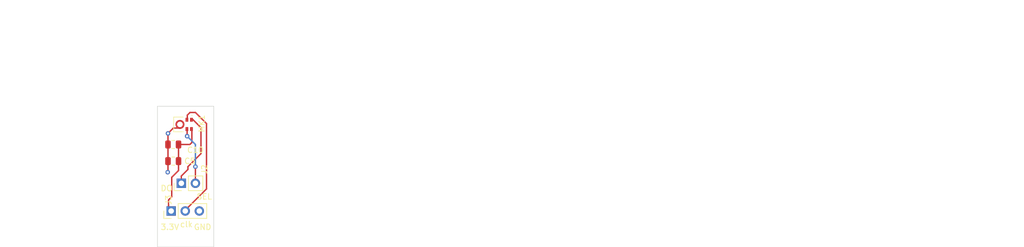
<source format=kicad_pcb>
(kicad_pcb (version 20240108) (generator "pcbnew") (generator_version "8.0")
  (layers (0 "F.Cu" signal) (1 "In1.Cu" power) (2 "In2.Cu" power) (31 "B.Cu" signal) (34 "B.Paste" user) (35 "F.Paste" user) (36 "B.SilkS" user "B.Silkscreen") (37 "F.SilkS" user "F.Silkscreen") (38 "B.Mask" user) (39 "F.Mask" user) (44 "Edge.Cuts" user))
  (net 0 "")
  (net 1 "3.3V Power")
  (net 2 "Net-(J2-Pin_2)")
  (net 3 "GND")
  (net 4 "Data")
  (net 5 "Net-(J3-Pin_2)")
  (footprint "491_Footprints:MIC_SPH0641LU4H-1" (layer "F.Cu") (at 111.20825 66.378 -90)
    (property "Reference" "MK1" (at -0.14204 -3.94175 90) (layer "F.SilkS") (effects (font (size 1.016 1.016) (thickness 0.154))))
    (property "Value" "SPH0641LU4H-1")
    (fp_line (start -1.325 1.126) (end -1.325 -0.6) (stroke (width 0.127)) (layer "F.SilkS"))
    (fp_line (start 1.325 1.126) (end -1.325 1.126) (stroke (width 0.127)) (layer "F.SilkS"))
    (fp_line (start 1.325 -0.6) (end 1.325 1.126) (stroke (width 0.127)) (layer "F.SilkS"))
    (fp_circle (center -1.651 -2.159) (end -1.601 -2.159) (stroke (width 0.1)) (fill none) (layer "F.SilkS"))
    (pad "" np_thru_hole circle (at 0 0 270) (size 0.5 0.5) (drill 1) (layers "F&B.Cu" "*.Mask"))
    (pad "1" smd rect (at -0.8375 -2.074 270) (size 0.7 0.5) (layers "F.Cu" "F.Paste" "F.Mask") (net 4 "Data"))
    (pad "2" smd rect (at -0.8375 -1.252 270) (size 0.7 0.5) (layers "F.Cu" "F.Paste" "F.Mask") (net 5 "Net-(J3-Pin_2)"))
    (pad "3" smd custom (at 0.65625 -0.0125 270) (size 0.1016 0.1016) (layers "F.Cu") (net 3 "GND") (options (clearance outline) (anchor rect)) (primitives (gr_poly (pts (xy -0.66125 -0.4975) (xy -0.66125 -0.7975) (xy -0.70525 -0.7965) (xy -0.74725 -0.7935) (xy -0.78925 -0.7875) (xy -0.83025 -0.7795) (xy -0.87125 -0.7705) (xy -0.91125 -0.7585) (xy -0.95125 -0.7445) (xy -0.99025 -0.7285) (xy -1.02825 -0.7105) (xy -1.06525 -0.6895) (xy -1.10125 -0.6685) (xy -1.13525 -0.6445) (xy -1.16925 -0.6185) (xy -1.20025 -0.5915) (xy -1.23125 -0.5625) (xy -1.26025 -0.5315) (xy -1.28725 -0.5005) (xy -1.31325 -0.4665) (xy -1.33725 -0.4325) (xy -1.35825 -0.3965) (xy -1.37925 -0.3595) (xy -1.39725 -0.3215) (xy -1.41325 -0.2825) (xy -1.42725 -0.2425) (xy -1.43925 -0.2025) (xy -1.44825 -0.1615) (xy -1.45625 -0.1205) (xy -1.46225 -0.0785) (xy -1.46525 -0.0365) (xy -1.46625 0.0025) (xy -1.46625 0.0725) (xy -1.46325 0.1045) (xy -1.45925 0.1425) (xy -1.45225 0.1805) (xy -1.44325 0.2185) (xy -1.43325 0.2555) (xy -1.42125 0.2925) (xy -1.40725 0.3285) (xy -1.39225 0.3635) (xy -1.37425 0.3985) (xy -1.35625 0.4315) (xy -1.33525 0.4645) (xy -1.31325 0.4965) (xy -1.28925 0.5265) (xy -1.26425 0.5565) (xy -1.23825 0.5845) (xy -1.21025 0.6115) (xy -1.18125 0.6375) (xy -1.15125 0.6615) (xy -1.12025 0.6835) (xy -1.08725 0.7045) (xy -1.05425 0.7245) (xy -1.02025 0.7425) (xy -0.98525 0.7585) (xy -0.94925 0.7725) (xy -0.91225 0.7855) (xy -0.87525 0.7965) (xy -0.83825 0.8055) (xy -0.80025 0.8125) (xy -0.76125 0.8185) (xy -0.71625 0.8225) (xy -0.65625 0.8225) (xy -0.61425 0.8215) (xy -0.57125 0.8185) (xy -0.52925 0.8125) (xy -0.48825 0.8045) (xy -0.44625 0.7945) (xy -0.40625 0.7825) (xy -0.36625 0.7685) (xy -0.32725 0.7525) (xy -0.28825 0.7345) (xy -0.25125 0.7135) (xy -0.21525 0.6915) (xy -0.18025 0.6675) (xy -0.14625 0.6415) (xy -0.11425 0.6145) (xy -0.08325 0.5855) (xy -0.05425 0.5545) (xy -0.02725 0.5225) (xy -0.00125 0.4885) (xy 0.02275 0.4535) (xy 0.04475 0.4175) (xy 0.06575 0.3805) (xy 0.08375 0.3415) (xy 0.09975 0.3025) (xy 0.11375 0.2625) (xy 0.12575 0.2225) (xy 0.13575 0.1805) (xy 0.14375 0.1395) (xy 0.14975 0.0975) (xy 0.15275 0.0545) (xy 0.15375 0.0125) (xy 0.15375 0.0025) (xy 0.15275 -0.0365) (xy 0.14975 -0.0785) (xy 0.14375 -0.1205) (xy 0.13575 -0.1615) (xy 0.12675 -0.2025) (xy 0.11475 -0.2425) (xy 0.10075 -0.2825) (xy 0.08475 -0.3215) (xy 0.06675 -0.3595) (xy 0.04575 -0.3965) (xy 0.02475 -0.4325) (xy 0.00075 -0.4665) (xy -0.02525 -0.5005) (xy -0.05225 -0.5315) (xy -0.08125 -0.5625) (xy -0.11225 -0.5915) (xy -0.14325 -0.6185) (xy -0.17725 -0.6445) (xy -0.21125 -0.6685) (xy -0.24725 -0.6895) (xy -0.28425 -0.7105) (xy -0.32225 -0.7285) (xy -0.36125 -0.7445) (xy -0.40125 -0.7585) (xy -0.44125 -0.7705) (xy -0.48225 -0.7795) (xy -0.52325 -0.7875) (xy -0.56525 -0.7935) (xy -0.60725 -0.7965) (xy -0.65125 -0.7975) (xy -0.65125 -0.4975) (xy -0.63625 -0.4975) (xy -0.60725 -0.4945) (xy -0.58125 -0.4915) (xy -0.55625 -0.4865) (xy -0.53125 -0.4805) (xy -0.50725 -0.4725) (xy -0.48325 -0.4645) (xy -0.45925 -0.4545) (xy -0.43625 -0.4435) (xy -0.41325 -0.4325) (xy -0.39125 -0.4195) (xy -0.37025 -0.4045) (xy -0.34925 -0.3895) (xy -0.33025 -0.3735) (xy -0.31125 -0.3565) (xy -0.29225 -0.3385) (xy -0.27525 -0.3195) (xy -0.25925 -0.3005) (xy -0.24325 -0.2795) (xy -0.22925 -0.2585) (xy -0.21625 -0.2365) (xy -0.20325 -0.2145) (xy -0.19225 -0.1915) (xy -0.18225 -0.1675) (xy -0.17325 -0.1435) (xy -0.16625 -0.1195) (xy -0.15925 -0.0945) (xy -0.15425 -0.0695) (xy -0.15025 -0.0445) (xy -0.14725 -0.0195) (xy -0.14625 0.0025) (xy -0.14625 0.0255) (xy -0.14825 0.0525) (xy -0.15125 0.0795) (xy -0.15525 0.1055) (xy -0.16125 0.1325) (xy -0.16825 0.1585) (xy -0.17725 0.1835) (xy -0.18725 0.2085) (xy -0.19825 0.2335) (xy -0.21125 0.2575) (xy -0.22425 0.2805) (xy -0.23925 0.3025) (xy -0.25525 0.3245) (xy -0.27225 0.3455) (xy -0.29125 0.3655) (xy -0.31025 0.3845) (xy -0.33025 0.4025) (xy -0.35125 0.4185) (xy -0.37325 0.4345) (xy -0.39625 0.4485) (xy -0.41925 0.4625) (xy -0.44325 0.4745) (xy -0.46825 0.4855) (xy -0.49325 0.4945) (xy -0.51925 0.5025) (xy -0.54525 0.5095) (xy -0.57225 0.5145) (xy -0.59825 0.5185) (xy -0.62525 0.5215) (xy -0.65625 0.5225) (xy -0.66625 0.5225) (xy -0.69625 0.5215) (xy -0.72325 0.5185) (xy -0.74925 0.5145) (xy -0.77525 0.5095) (xy -0.80025 0.5025) (xy -0.82525 0.4955) (xy -0.85025 0.4855) (xy -0.87425 0.4755) (xy -0.89825 0.4635) (xy -0.92125 0.4505) (xy -0.94325 0.4365) (xy -0.96525 0.4205) (xy -0.98625 0.4045) (xy -1.00525 0.3865) (xy -1.02425 0.3685) (xy -1.04225 0.3485) (xy -1.05925 0.3285) (xy -1.07525 0.3075) (xy -1.08925 0.2855) (xy -1.10325 0.2625) (xy -1.11525 0.2385) (xy -1.12625 0.2145) (xy -1.13625 0.1905) (xy -1.14425 0.1655) (xy -1.15125 0.1395) (xy -1.15725 0.1135) (xy -1.16125 0.0875) (xy -1.16425 0.0615) (xy -1.16625 0.0355) (xy -1.16625 0.0125) (xy -1.16525 -0.0165) (xy -1.16325 -0.0435) (xy -1.16025 -0.0695) (xy -1.15525 -0.0955) (xy -1.14925 -0.1215) (xy -1.14125 -0.1465) (xy -1.13225 -0.1715) (xy -1.12225 -0.1965) (xy -1.11125 -0.2205) (xy -1.09825 -0.2435) (xy -1.08425 -0.2665) (xy -1.06925 -0.2885) (xy -1.05325 -0.3095) (xy -1.03625 -0.3295) (xy -1.01725 -0.3485) (xy -0.99825 -0.3675) (xy -0.97825 -0.3845) (xy -0.95725 -0.4005) (xy -0.93525 -0.4155) (xy -0.91225 -0.4295) (xy -0.88925 -0.4425) (xy -0.86525 -0.4535) (xy -0.84025 -0.4635) (xy -0.81525 -0.4725) (xy -0.79025 -0.4805) (xy -0.76425 -0.4865) (xy -0.73825 -0.4915) (xy -0.71225 -0.4945) (xy -0.68525 -0.4965) (xy -0.66125 -0.4975)) (width 0.001) (fill yes))))
    (pad "4" smd rect (at 0.8375 -1.252 270) (size 0.7 0.5) (layers "F.Cu" "F.Paste" "F.Mask") (net 2 "Net-(J2-Pin_2)"))
    (pad "5" smd rect (at 0.8375 -2.074 270) (size 0.7 0.5) (layers "F.Cu" "F.Paste" "F.Mask") (net 1 "3.3V Power"))
  )
  (footprint "Capacitor_SMD:C_0805_2012Metric" (layer "F.Cu") (at 110 70)
    (property "Reference" "C10" (at 4 1 0) (layer "F.SilkS") (effects (font (size 1.016 1.016) (thickness 0.1524))))
    (property "Value" "1000pF")
    (fp_line (start -0.261252 -0.735) (end 0.261252 -0.735) (stroke (width 0.1524)) (layer "F.SilkS"))
    (fp_line (start -0.261252 0.735) (end 0.261252 0.735) (stroke (width 0.1524)) (layer "F.SilkS"))
    (pad "1" smd roundrect (at -0.95 0) (size 1 1.45) (layers "F.Cu" "F.Paste" "F.Mask") (net 3 "GND"))
    (pad "2" smd roundrect (at 0.95 0) (size 1 1.45) (layers "F.Cu" "F.Paste" "F.Mask") (net 1 "3.3V Power"))
  )
  (footprint "Capacitor_SMD:C_0805_2012Metric" (layer "F.Cu") (at 110 73)
    (property "Reference" "C5" (at 3 0 0) (layer "F.SilkS") (effects (font (size 1.016 1.016) (thickness 0.1524))))
    (property "Value" "0.1uF")
    (fp_line (start -0.261252 -0.735) (end 0.261252 -0.735) (stroke (width 0.1524)) (layer "F.SilkS"))
    (fp_line (start -0.261252 0.735) (end 0.261252 0.735) (stroke (width 0.1524)) (layer "F.SilkS"))
    (pad "1" smd roundrect (at -0.95 0) (size 1 1.45) (layers "F.Cu" "F.Paste" "F.Mask") (net 3 "GND"))
    (pad "2" smd roundrect (at 0.95 0) (size 1 1.45) (layers "F.Cu" "F.Paste" "F.Mask") (net 1 "3.3V Power"))
  )
  (footprint "Connector_PinHeader_2.54mm:PinHeader_1x02_P2.54mm_Vertical" (layer "F.Cu") (at 111.46 77 90)
    (property "Reference" "J2" (at 2.5 4.19 -90) (layer "F.SilkS") (effects (font (size 1.016 1.016) (thickness 0.1524))))
    (property "Value" "Conn_01x02_Pin")
    (fp_line (start -1.33 -1.33) (end 0 -1.33) (stroke (width 0.1524)) (layer "F.SilkS"))
    (fp_line (start -1.33 0) (end -1.33 -1.33) (stroke (width 0.1524)) (layer "F.SilkS"))
    (fp_line (start 1.33 1.27) (end 1.33 3.87) (stroke (width 0.1524)) (layer "F.SilkS"))
    (fp_line (start -1.33 1.27) (end 1.33 1.27) (stroke (width 0.1524)) (layer "F.SilkS"))
    (fp_line (start -1.33 1.27) (end -1.33 3.87) (stroke (width 0.1524)) (layer "F.SilkS"))
    (fp_line (start -1.33 3.87) (end 1.33 3.87) (stroke (width 0.1524)) (layer "F.SilkS"))
    (pad "1" thru_hole rect (at 0 0 90) (size 1.7 1.7) (drill 1) (layers "*.Cu" "*.Mask") (net 4 "Data"))
    (pad "2" thru_hole oval (at 0 2.54 90) (size 1.7 1.7) (drill 1) (layers "*.Cu" "*.Mask") (net 2 "Net-(J2-Pin_2)"))
  )
  (footprint "Connector_PinHeader_2.54mm:PinHeader_1x03_P2.54mm_Vertical" (layer "F.Cu") (at 109.625 82 90)
    (property "Reference" "J3" (at 2 -0.475 -90) (layer "F.SilkS") (effects (font (size 1.016 1.016) (thickness 0.1524))))
    (property "Value" "Conn_01x03_Pin")
    (fp_line (start -1.33 -1.33) (end 0 -1.33) (stroke (width 0.1524)) (layer "F.SilkS"))
    (fp_line (start -1.33 0) (end -1.33 -1.33) (stroke (width 0.1524)) (layer "F.SilkS"))
    (fp_line (start 1.33 1.27) (end 1.33 6.41) (stroke (width 0.1524)) (layer "F.SilkS"))
    (fp_line (start -1.33 1.27) (end 1.33 1.27) (stroke (width 0.1524)) (layer "F.SilkS"))
    (fp_line (start -1.33 1.27) (end -1.33 6.41) (stroke (width 0.1524)) (layer "F.SilkS"))
    (fp_line (start -1.33 6.41) (end 1.33 6.41) (stroke (width 0.1524)) (layer "F.SilkS"))
    (pad "1" thru_hole rect (at 0 0 90) (size 1.7 1.7) (drill 1) (layers "*.Cu" "*.Mask") (net 1 "3.3V Power"))
    (pad "2" thru_hole oval (at 0 2.54 90) (size 1.7 1.7) (drill 1) (layers "*.Cu" "*.Mask") (net 5 "Net-(J3-Pin_2)"))
    (pad "3" thru_hole oval (at 0 5.08 90) (size 1.7 1.7) (drill 1) (layers "*.Cu" "*.Mask") (net 3 "GND"))
  )
  (gr_rect (start 107.15 63.1) (end 117.31 88.5) (stroke (width 0.1)) (fill none) (layer "Edge.Cuts"))
  (gr_text "clk" (at 111.15 85 0) (layer "F.SilkS") (effects (font (size 1.017 1.017) (thickness 0.1525)) (justify left bottom)))
  (gr_text "3.3V" (at 107.65 85.5 0) (layer "F.SilkS") (effects (font (size 1.017 1.017) (thickness 0.1525)) (justify left bottom)))
  (gr_text "SEL" (at 114.15 80 0) (layer "F.SilkS") (effects (font (size 1.017 1.017) (thickness 0.1525)) (justify left bottom)))
  (gr_text "GND" (at 113.65 85.5 0) (layer "F.SilkS") (effects (font (size 1.017 1.017) (thickness 0.1525)) (justify left bottom)))
  (gr_text "DO " (at 107.65 78.5 0) (layer "F.SilkS") (effects (font (size 1.017 1.017) (thickness 0.1525)) (justify left bottom)))
  (segment (start 109.625 82) (end 109.475 82) (width 0.25) (layer "F.Cu") (net 1))
  (segment (start 109.725 75.925) (end 110.95 74.7) (width 0.25) (layer "F.Cu") (net 1))
  (segment (start 110.95 70) (end 113 70) (width 0.25) (layer "F.Cu") (net 1))
  (segment (start 113 70) (end 113.3614 69.6386) (width 0.25) (layer "F.Cu") (net 1))
  (segment (start 110.95 74.7) (end 110.95 73) (width 0.25) (layer "F.Cu") (net 1))
  (segment (start 109.15 81.525) (end 109.15 80) (width 0.25) (layer "F.Cu") (net 1))
  (segment (start 110.95 73) (end 110.95 70) (width 0.25) (layer "F.Cu") (net 1))
  (segment (start 109.625 82) (end 109.15 81.525) (width 0.25) (layer "F.Cu") (net 1))
  (segment (start 109.725 79.425) (end 109.725 75.925) (width 0.25) (layer "F.Cu") (net 1))
  (segment (start 113.3614 69.6386) (end 113.3614 67) (width 0.25) (layer "F.Cu") (net 1))
  (segment (start 109.15 80) (end 109.725 79.425) (width 0.25) (layer "F.Cu") (net 1))
  (segment (start 112.46025 67.07915) (end 112.5394 67) (width 0.25) (layer "F.Cu") (net 2))
  (segment (start 114 77) (end 114 74) (width 0.25) (layer "F.Cu") (net 2))
  (segment (start 112.46025 67.2155) (end 112.46025 67.07915) (width 0.25) (layer "F.Cu") (net 2))
  (segment (start 112.5 67.25525) (end 112.46025 67.2155) (width 0.25) (layer "F.Cu") (net 2))
  (segment (start 112.5 68.5) (end 112.5 67.25525) (width 0.25) (layer "F.Cu") (net 2))
  (via (at 112.5 68.5) (size 0.8) (drill 0.4) (layers "F.Cu" "B.Cu") (net 2))
  (via (at 114 74) (size 0.8) (drill 0.4) (layers "F.Cu" "B.Cu") (net 2))
  (segment (start 114 70) (end 114 74) (width 0.25) (layer "B.Cu") (net 2))
  (segment (start 112.5 68.5) (end 114 70) (width 0.25) (layer "B.Cu") (net 2))
  (segment (start 109.05 68) (end 109.05 70) (width 0.25) (layer "F.Cu") (net 3))
  (segment (start 111.22075 67.03425) (end 110.01575 67.03425) (width 0.25) (layer "F.Cu") (net 3))
  (segment (start 110.01575 67.03425) (end 109.05 68) (width 0.25) (layer "F.Cu") (net 3))
  (segment (start 109 75) (end 109.05 74.95) (width 0.25) (layer "F.Cu") (net 3))
  (segment (start 109.05 73) (end 109.05 70) (width 0.25) (layer "F.Cu") (net 3))
  (segment (start 109.05 74.95) (end 109.05 73) (width 0.25) (layer "F.Cu") (net 3))
  (via (at 109.05 68) (size 0.8) (drill 0.4) (layers "F.Cu" "B.Cu") (net 3))
  (via (at 109 75) (size 0.8) (drill 0.4) (layers "F.Cu" "B.Cu") (net 3))
  (segment (start 115 66.9636) (end 113.3614 65.325) (width 0.25) (layer "F.Cu") (net 4))
  (segment (start 111.46 75.69) (end 112.65 74.5) (width 0.25) (layer "F.Cu") (net 4))
  (segment (start 112.65 74.5) (end 112.65 74) (width 0.25) (layer "F.Cu") (net 4))
  (segment (start 112.65 74) (end 115 71.65) (width 0.25) (layer "F.Cu") (net 4))
  (segment (start 115 71.65) (end 115 66.9636) (width 0.25) (layer "F.Cu") (net 4))
  (segment (start 111.46 77) (end 111.46 75.69) (width 0.25) (layer "F.Cu") (net 4))
  (segment (start 113.0211 64.225) (end 112.5394 64.7067) (width 0.25) (layer "F.Cu") (net 5))
  (segment (start 112.015 82) (end 116 78.015) (width 0.25) (layer "F.Cu") (net 5))
  (segment (start 112.5394 64.7067) (end 112.5394 65.325) (width 0.25) (layer "F.Cu") (net 5))
  (segment (start 116 66.225) (end 114 64.225) (width 0.25) (layer "F.Cu") (net 5))
  (segment (start 114 64.225) (end 113.0211 64.225) (width 0.25) (layer "F.Cu") (net 5))
  (segment (start 116 78.015) (end 116 66.225) (width 0.25) (layer "F.Cu") (net 5))
)
</source>
